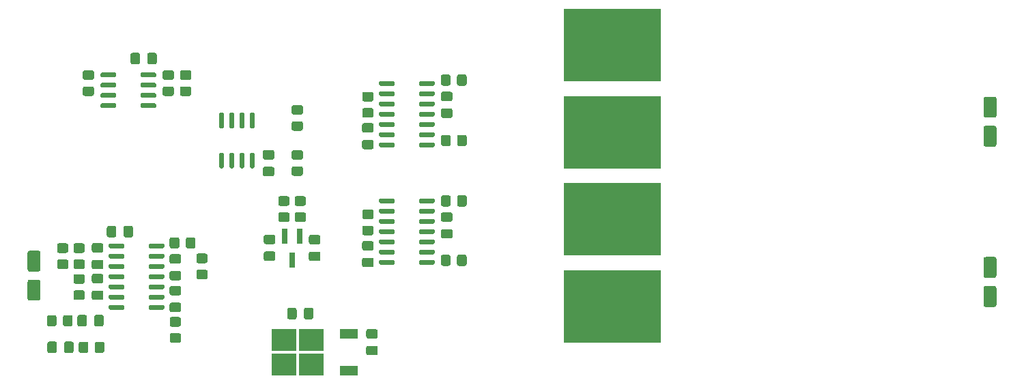
<source format=gbr>
%TF.GenerationSoftware,KiCad,Pcbnew,5.1.10*%
%TF.CreationDate,2021-08-13T16:06:35+12:00*%
%TF.ProjectId,D-Class_Amp,442d436c-6173-4735-9f41-6d702e6b6963,rev?*%
%TF.SameCoordinates,Original*%
%TF.FileFunction,Paste,Top*%
%TF.FilePolarity,Positive*%
%FSLAX46Y46*%
G04 Gerber Fmt 4.6, Leading zero omitted, Abs format (unit mm)*
G04 Created by KiCad (PCBNEW 5.1.10) date 2021-08-13 16:06:35*
%MOMM*%
%LPD*%
G01*
G04 APERTURE LIST*
%ADD10R,12.000000X9.000000*%
%ADD11R,0.800000X1.900000*%
%ADD12R,3.050000X2.750000*%
%ADD13R,2.200000X1.200000*%
G04 APERTURE END LIST*
D10*
%TO.C,Q504*%
X169799000Y-110617000D03*
%TD*%
%TO.C,Q503*%
X169799000Y-99822000D03*
%TD*%
%TO.C,Q502*%
X169799000Y-89027000D03*
%TD*%
%TO.C,Q501*%
X169799000Y-78232000D03*
%TD*%
D11*
%TO.C,U102*%
X130048000Y-104878000D03*
X129098000Y-101878000D03*
X130998000Y-101878000D03*
%TD*%
%TO.C,U302*%
G36*
G01*
X124945000Y-91543000D02*
X125245000Y-91543000D01*
G75*
G02*
X125395000Y-91693000I0J-150000D01*
G01*
X125395000Y-93343000D01*
G75*
G02*
X125245000Y-93493000I-150000J0D01*
G01*
X124945000Y-93493000D01*
G75*
G02*
X124795000Y-93343000I0J150000D01*
G01*
X124795000Y-91693000D01*
G75*
G02*
X124945000Y-91543000I150000J0D01*
G01*
G37*
G36*
G01*
X123675000Y-91543000D02*
X123975000Y-91543000D01*
G75*
G02*
X124125000Y-91693000I0J-150000D01*
G01*
X124125000Y-93343000D01*
G75*
G02*
X123975000Y-93493000I-150000J0D01*
G01*
X123675000Y-93493000D01*
G75*
G02*
X123525000Y-93343000I0J150000D01*
G01*
X123525000Y-91693000D01*
G75*
G02*
X123675000Y-91543000I150000J0D01*
G01*
G37*
G36*
G01*
X122405000Y-91543000D02*
X122705000Y-91543000D01*
G75*
G02*
X122855000Y-91693000I0J-150000D01*
G01*
X122855000Y-93343000D01*
G75*
G02*
X122705000Y-93493000I-150000J0D01*
G01*
X122405000Y-93493000D01*
G75*
G02*
X122255000Y-93343000I0J150000D01*
G01*
X122255000Y-91693000D01*
G75*
G02*
X122405000Y-91543000I150000J0D01*
G01*
G37*
G36*
G01*
X121135000Y-91543000D02*
X121435000Y-91543000D01*
G75*
G02*
X121585000Y-91693000I0J-150000D01*
G01*
X121585000Y-93343000D01*
G75*
G02*
X121435000Y-93493000I-150000J0D01*
G01*
X121135000Y-93493000D01*
G75*
G02*
X120985000Y-93343000I0J150000D01*
G01*
X120985000Y-91693000D01*
G75*
G02*
X121135000Y-91543000I150000J0D01*
G01*
G37*
G36*
G01*
X121135000Y-86593000D02*
X121435000Y-86593000D01*
G75*
G02*
X121585000Y-86743000I0J-150000D01*
G01*
X121585000Y-88393000D01*
G75*
G02*
X121435000Y-88543000I-150000J0D01*
G01*
X121135000Y-88543000D01*
G75*
G02*
X120985000Y-88393000I0J150000D01*
G01*
X120985000Y-86743000D01*
G75*
G02*
X121135000Y-86593000I150000J0D01*
G01*
G37*
G36*
G01*
X122405000Y-86593000D02*
X122705000Y-86593000D01*
G75*
G02*
X122855000Y-86743000I0J-150000D01*
G01*
X122855000Y-88393000D01*
G75*
G02*
X122705000Y-88543000I-150000J0D01*
G01*
X122405000Y-88543000D01*
G75*
G02*
X122255000Y-88393000I0J150000D01*
G01*
X122255000Y-86743000D01*
G75*
G02*
X122405000Y-86593000I150000J0D01*
G01*
G37*
G36*
G01*
X123675000Y-86593000D02*
X123975000Y-86593000D01*
G75*
G02*
X124125000Y-86743000I0J-150000D01*
G01*
X124125000Y-88393000D01*
G75*
G02*
X123975000Y-88543000I-150000J0D01*
G01*
X123675000Y-88543000D01*
G75*
G02*
X123525000Y-88393000I0J150000D01*
G01*
X123525000Y-86743000D01*
G75*
G02*
X123675000Y-86593000I150000J0D01*
G01*
G37*
G36*
G01*
X124945000Y-86593000D02*
X125245000Y-86593000D01*
G75*
G02*
X125395000Y-86743000I0J-150000D01*
G01*
X125395000Y-88393000D01*
G75*
G02*
X125245000Y-88543000I-150000J0D01*
G01*
X124945000Y-88543000D01*
G75*
G02*
X124795000Y-88393000I0J150000D01*
G01*
X124795000Y-86743000D01*
G75*
G02*
X124945000Y-86593000I150000J0D01*
G01*
G37*
%TD*%
%TO.C,C303*%
G36*
G01*
X126652000Y-93308500D02*
X127602000Y-93308500D01*
G75*
G02*
X127852000Y-93558500I0J-250000D01*
G01*
X127852000Y-94233500D01*
G75*
G02*
X127602000Y-94483500I-250000J0D01*
G01*
X126652000Y-94483500D01*
G75*
G02*
X126402000Y-94233500I0J250000D01*
G01*
X126402000Y-93558500D01*
G75*
G02*
X126652000Y-93308500I250000J0D01*
G01*
G37*
G36*
G01*
X126652000Y-91233500D02*
X127602000Y-91233500D01*
G75*
G02*
X127852000Y-91483500I0J-250000D01*
G01*
X127852000Y-92158500D01*
G75*
G02*
X127602000Y-92408500I-250000J0D01*
G01*
X126652000Y-92408500D01*
G75*
G02*
X126402000Y-92158500I0J250000D01*
G01*
X126402000Y-91483500D01*
G75*
G02*
X126652000Y-91233500I250000J0D01*
G01*
G37*
%TD*%
%TO.C,C301*%
G36*
G01*
X111183000Y-79408000D02*
X111183000Y-80358000D01*
G75*
G02*
X110933000Y-80608000I-250000J0D01*
G01*
X110258000Y-80608000D01*
G75*
G02*
X110008000Y-80358000I0J250000D01*
G01*
X110008000Y-79408000D01*
G75*
G02*
X110258000Y-79158000I250000J0D01*
G01*
X110933000Y-79158000D01*
G75*
G02*
X111183000Y-79408000I0J-250000D01*
G01*
G37*
G36*
G01*
X113258000Y-79408000D02*
X113258000Y-80358000D01*
G75*
G02*
X113008000Y-80608000I-250000J0D01*
G01*
X112333000Y-80608000D01*
G75*
G02*
X112083000Y-80358000I0J250000D01*
G01*
X112083000Y-79408000D01*
G75*
G02*
X112333000Y-79158000I250000J0D01*
G01*
X113008000Y-79158000D01*
G75*
G02*
X113258000Y-79408000I0J-250000D01*
G01*
G37*
%TD*%
%TO.C,R102*%
G36*
G01*
X131514001Y-98152000D02*
X130613999Y-98152000D01*
G75*
G02*
X130364000Y-97902001I0J249999D01*
G01*
X130364000Y-97201999D01*
G75*
G02*
X130613999Y-96952000I249999J0D01*
G01*
X131514001Y-96952000D01*
G75*
G02*
X131764000Y-97201999I0J-249999D01*
G01*
X131764000Y-97902001D01*
G75*
G02*
X131514001Y-98152000I-249999J0D01*
G01*
G37*
G36*
G01*
X131514001Y-100152000D02*
X130613999Y-100152000D01*
G75*
G02*
X130364000Y-99902001I0J249999D01*
G01*
X130364000Y-99201999D01*
G75*
G02*
X130613999Y-98952000I249999J0D01*
G01*
X131514001Y-98952000D01*
G75*
G02*
X131764000Y-99201999I0J-249999D01*
G01*
X131764000Y-99902001D01*
G75*
G02*
X131514001Y-100152000I-249999J0D01*
G01*
G37*
%TD*%
%TO.C,R101*%
G36*
G01*
X128581999Y-98952000D02*
X129482001Y-98952000D01*
G75*
G02*
X129732000Y-99201999I0J-249999D01*
G01*
X129732000Y-99902001D01*
G75*
G02*
X129482001Y-100152000I-249999J0D01*
G01*
X128581999Y-100152000D01*
G75*
G02*
X128332000Y-99902001I0J249999D01*
G01*
X128332000Y-99201999D01*
G75*
G02*
X128581999Y-98952000I249999J0D01*
G01*
G37*
G36*
G01*
X128581999Y-96952000D02*
X129482001Y-96952000D01*
G75*
G02*
X129732000Y-97201999I0J-249999D01*
G01*
X129732000Y-97902001D01*
G75*
G02*
X129482001Y-98152000I-249999J0D01*
G01*
X128581999Y-98152000D01*
G75*
G02*
X128332000Y-97902001I0J249999D01*
G01*
X128332000Y-97201999D01*
G75*
G02*
X128581999Y-96952000I249999J0D01*
G01*
G37*
%TD*%
%TO.C,C402*%
G36*
G01*
X217148500Y-107091000D02*
X216048500Y-107091000D01*
G75*
G02*
X215798500Y-106841000I0J250000D01*
G01*
X215798500Y-104741000D01*
G75*
G02*
X216048500Y-104491000I250000J0D01*
G01*
X217148500Y-104491000D01*
G75*
G02*
X217398500Y-104741000I0J-250000D01*
G01*
X217398500Y-106841000D01*
G75*
G02*
X217148500Y-107091000I-250000J0D01*
G01*
G37*
G36*
G01*
X217148500Y-110691000D02*
X216048500Y-110691000D01*
G75*
G02*
X215798500Y-110441000I0J250000D01*
G01*
X215798500Y-108341000D01*
G75*
G02*
X216048500Y-108091000I250000J0D01*
G01*
X217148500Y-108091000D01*
G75*
G02*
X217398500Y-108341000I0J-250000D01*
G01*
X217398500Y-110441000D01*
G75*
G02*
X217148500Y-110691000I-250000J0D01*
G01*
G37*
%TD*%
%TO.C,C401*%
G36*
G01*
X216048500Y-88215500D02*
X217148500Y-88215500D01*
G75*
G02*
X217398500Y-88465500I0J-250000D01*
G01*
X217398500Y-90565500D01*
G75*
G02*
X217148500Y-90815500I-250000J0D01*
G01*
X216048500Y-90815500D01*
G75*
G02*
X215798500Y-90565500I0J250000D01*
G01*
X215798500Y-88465500D01*
G75*
G02*
X216048500Y-88215500I250000J0D01*
G01*
G37*
G36*
G01*
X216048500Y-84615500D02*
X217148500Y-84615500D01*
G75*
G02*
X217398500Y-84865500I0J-250000D01*
G01*
X217398500Y-86965500D01*
G75*
G02*
X217148500Y-87215500I-250000J0D01*
G01*
X216048500Y-87215500D01*
G75*
G02*
X215798500Y-86965500I0J250000D01*
G01*
X215798500Y-84865500D01*
G75*
G02*
X216048500Y-84615500I250000J0D01*
G01*
G37*
%TD*%
%TO.C,C202*%
G36*
G01*
X98594000Y-106307000D02*
X97494000Y-106307000D01*
G75*
G02*
X97244000Y-106057000I0J250000D01*
G01*
X97244000Y-103957000D01*
G75*
G02*
X97494000Y-103707000I250000J0D01*
G01*
X98594000Y-103707000D01*
G75*
G02*
X98844000Y-103957000I0J-250000D01*
G01*
X98844000Y-106057000D01*
G75*
G02*
X98594000Y-106307000I-250000J0D01*
G01*
G37*
G36*
G01*
X98594000Y-109907000D02*
X97494000Y-109907000D01*
G75*
G02*
X97244000Y-109657000I0J250000D01*
G01*
X97244000Y-107557000D01*
G75*
G02*
X97494000Y-107307000I250000J0D01*
G01*
X98594000Y-107307000D01*
G75*
G02*
X98844000Y-107557000I0J-250000D01*
G01*
X98844000Y-109657000D01*
G75*
G02*
X98594000Y-109907000I-250000J0D01*
G01*
G37*
%TD*%
D12*
%TO.C,U101*%
X132417000Y-114807000D03*
X129067000Y-117857000D03*
X132417000Y-117857000D03*
X129067000Y-114807000D03*
D13*
X137042000Y-114052000D03*
X137042000Y-118612000D03*
%TD*%
%TO.C,C504*%
G36*
G01*
X139921000Y-103690000D02*
X138971000Y-103690000D01*
G75*
G02*
X138721000Y-103440000I0J250000D01*
G01*
X138721000Y-102765000D01*
G75*
G02*
X138971000Y-102515000I250000J0D01*
G01*
X139921000Y-102515000D01*
G75*
G02*
X140171000Y-102765000I0J-250000D01*
G01*
X140171000Y-103440000D01*
G75*
G02*
X139921000Y-103690000I-250000J0D01*
G01*
G37*
G36*
G01*
X139921000Y-105765000D02*
X138971000Y-105765000D01*
G75*
G02*
X138721000Y-105515000I0J250000D01*
G01*
X138721000Y-104840000D01*
G75*
G02*
X138971000Y-104590000I250000J0D01*
G01*
X139921000Y-104590000D01*
G75*
G02*
X140171000Y-104840000I0J-250000D01*
G01*
X140171000Y-105515000D01*
G75*
G02*
X139921000Y-105765000I-250000J0D01*
G01*
G37*
%TD*%
%TO.C,C501*%
G36*
G01*
X139921000Y-89063500D02*
X138971000Y-89063500D01*
G75*
G02*
X138721000Y-88813500I0J250000D01*
G01*
X138721000Y-88138500D01*
G75*
G02*
X138971000Y-87888500I250000J0D01*
G01*
X139921000Y-87888500D01*
G75*
G02*
X140171000Y-88138500I0J-250000D01*
G01*
X140171000Y-88813500D01*
G75*
G02*
X139921000Y-89063500I-250000J0D01*
G01*
G37*
G36*
G01*
X139921000Y-91138500D02*
X138971000Y-91138500D01*
G75*
G02*
X138721000Y-90888500I0J250000D01*
G01*
X138721000Y-90213500D01*
G75*
G02*
X138971000Y-89963500I250000J0D01*
G01*
X139921000Y-89963500D01*
G75*
G02*
X140171000Y-90213500I0J-250000D01*
G01*
X140171000Y-90888500D01*
G75*
G02*
X139921000Y-91138500I-250000J0D01*
G01*
G37*
%TD*%
%TO.C,C105*%
G36*
G01*
X126779000Y-103806500D02*
X127729000Y-103806500D01*
G75*
G02*
X127979000Y-104056500I0J-250000D01*
G01*
X127979000Y-104731500D01*
G75*
G02*
X127729000Y-104981500I-250000J0D01*
G01*
X126779000Y-104981500D01*
G75*
G02*
X126529000Y-104731500I0J250000D01*
G01*
X126529000Y-104056500D01*
G75*
G02*
X126779000Y-103806500I250000J0D01*
G01*
G37*
G36*
G01*
X126779000Y-101731500D02*
X127729000Y-101731500D01*
G75*
G02*
X127979000Y-101981500I0J-250000D01*
G01*
X127979000Y-102656500D01*
G75*
G02*
X127729000Y-102906500I-250000J0D01*
G01*
X126779000Y-102906500D01*
G75*
G02*
X126529000Y-102656500I0J250000D01*
G01*
X126529000Y-101981500D01*
G75*
G02*
X126779000Y-101731500I250000J0D01*
G01*
G37*
%TD*%
%TO.C,C103*%
G36*
G01*
X133317000Y-102928000D02*
X132367000Y-102928000D01*
G75*
G02*
X132117000Y-102678000I0J250000D01*
G01*
X132117000Y-102003000D01*
G75*
G02*
X132367000Y-101753000I250000J0D01*
G01*
X133317000Y-101753000D01*
G75*
G02*
X133567000Y-102003000I0J-250000D01*
G01*
X133567000Y-102678000D01*
G75*
G02*
X133317000Y-102928000I-250000J0D01*
G01*
G37*
G36*
G01*
X133317000Y-105003000D02*
X132367000Y-105003000D01*
G75*
G02*
X132117000Y-104753000I0J250000D01*
G01*
X132117000Y-104078000D01*
G75*
G02*
X132367000Y-103828000I250000J0D01*
G01*
X133317000Y-103828000D01*
G75*
G02*
X133567000Y-104078000I0J-250000D01*
G01*
X133567000Y-104753000D01*
G75*
G02*
X133317000Y-105003000I-250000J0D01*
G01*
G37*
%TD*%
%TO.C,C102*%
G36*
G01*
X130614000Y-111031000D02*
X130614000Y-111981000D01*
G75*
G02*
X130364000Y-112231000I-250000J0D01*
G01*
X129689000Y-112231000D01*
G75*
G02*
X129439000Y-111981000I0J250000D01*
G01*
X129439000Y-111031000D01*
G75*
G02*
X129689000Y-110781000I250000J0D01*
G01*
X130364000Y-110781000D01*
G75*
G02*
X130614000Y-111031000I0J-250000D01*
G01*
G37*
G36*
G01*
X132689000Y-111031000D02*
X132689000Y-111981000D01*
G75*
G02*
X132439000Y-112231000I-250000J0D01*
G01*
X131764000Y-112231000D01*
G75*
G02*
X131514000Y-111981000I0J250000D01*
G01*
X131514000Y-111031000D01*
G75*
G02*
X131764000Y-110781000I250000J0D01*
G01*
X132439000Y-110781000D01*
G75*
G02*
X132689000Y-111031000I0J-250000D01*
G01*
G37*
%TD*%
%TO.C,C101*%
G36*
G01*
X139479000Y-115512000D02*
X140429000Y-115512000D01*
G75*
G02*
X140679000Y-115762000I0J-250000D01*
G01*
X140679000Y-116437000D01*
G75*
G02*
X140429000Y-116687000I-250000J0D01*
G01*
X139479000Y-116687000D01*
G75*
G02*
X139229000Y-116437000I0J250000D01*
G01*
X139229000Y-115762000D01*
G75*
G02*
X139479000Y-115512000I250000J0D01*
G01*
G37*
G36*
G01*
X139479000Y-113437000D02*
X140429000Y-113437000D01*
G75*
G02*
X140679000Y-113687000I0J-250000D01*
G01*
X140679000Y-114362000D01*
G75*
G02*
X140429000Y-114612000I-250000J0D01*
G01*
X139479000Y-114612000D01*
G75*
G02*
X139229000Y-114362000I0J250000D01*
G01*
X139229000Y-113687000D01*
G75*
G02*
X139479000Y-113437000I250000J0D01*
G01*
G37*
%TD*%
%TO.C,R201*%
G36*
G01*
X104082001Y-107820000D02*
X103181999Y-107820000D01*
G75*
G02*
X102932000Y-107570001I0J249999D01*
G01*
X102932000Y-106869999D01*
G75*
G02*
X103181999Y-106620000I249999J0D01*
G01*
X104082001Y-106620000D01*
G75*
G02*
X104332000Y-106869999I0J-249999D01*
G01*
X104332000Y-107570001D01*
G75*
G02*
X104082001Y-107820000I-249999J0D01*
G01*
G37*
G36*
G01*
X104082001Y-109820000D02*
X103181999Y-109820000D01*
G75*
G02*
X102932000Y-109570001I0J249999D01*
G01*
X102932000Y-108869999D01*
G75*
G02*
X103181999Y-108620000I249999J0D01*
G01*
X104082001Y-108620000D01*
G75*
G02*
X104332000Y-108869999I0J-249999D01*
G01*
X104332000Y-109570001D01*
G75*
G02*
X104082001Y-109820000I-249999J0D01*
G01*
G37*
%TD*%
%TO.C,U301*%
G36*
G01*
X111228000Y-82065000D02*
X111228000Y-81765000D01*
G75*
G02*
X111378000Y-81615000I150000J0D01*
G01*
X113028000Y-81615000D01*
G75*
G02*
X113178000Y-81765000I0J-150000D01*
G01*
X113178000Y-82065000D01*
G75*
G02*
X113028000Y-82215000I-150000J0D01*
G01*
X111378000Y-82215000D01*
G75*
G02*
X111228000Y-82065000I0J150000D01*
G01*
G37*
G36*
G01*
X111228000Y-83335000D02*
X111228000Y-83035000D01*
G75*
G02*
X111378000Y-82885000I150000J0D01*
G01*
X113028000Y-82885000D01*
G75*
G02*
X113178000Y-83035000I0J-150000D01*
G01*
X113178000Y-83335000D01*
G75*
G02*
X113028000Y-83485000I-150000J0D01*
G01*
X111378000Y-83485000D01*
G75*
G02*
X111228000Y-83335000I0J150000D01*
G01*
G37*
G36*
G01*
X111228000Y-84605000D02*
X111228000Y-84305000D01*
G75*
G02*
X111378000Y-84155000I150000J0D01*
G01*
X113028000Y-84155000D01*
G75*
G02*
X113178000Y-84305000I0J-150000D01*
G01*
X113178000Y-84605000D01*
G75*
G02*
X113028000Y-84755000I-150000J0D01*
G01*
X111378000Y-84755000D01*
G75*
G02*
X111228000Y-84605000I0J150000D01*
G01*
G37*
G36*
G01*
X111228000Y-85875000D02*
X111228000Y-85575000D01*
G75*
G02*
X111378000Y-85425000I150000J0D01*
G01*
X113028000Y-85425000D01*
G75*
G02*
X113178000Y-85575000I0J-150000D01*
G01*
X113178000Y-85875000D01*
G75*
G02*
X113028000Y-86025000I-150000J0D01*
G01*
X111378000Y-86025000D01*
G75*
G02*
X111228000Y-85875000I0J150000D01*
G01*
G37*
G36*
G01*
X106278000Y-85875000D02*
X106278000Y-85575000D01*
G75*
G02*
X106428000Y-85425000I150000J0D01*
G01*
X108078000Y-85425000D01*
G75*
G02*
X108228000Y-85575000I0J-150000D01*
G01*
X108228000Y-85875000D01*
G75*
G02*
X108078000Y-86025000I-150000J0D01*
G01*
X106428000Y-86025000D01*
G75*
G02*
X106278000Y-85875000I0J150000D01*
G01*
G37*
G36*
G01*
X106278000Y-84605000D02*
X106278000Y-84305000D01*
G75*
G02*
X106428000Y-84155000I150000J0D01*
G01*
X108078000Y-84155000D01*
G75*
G02*
X108228000Y-84305000I0J-150000D01*
G01*
X108228000Y-84605000D01*
G75*
G02*
X108078000Y-84755000I-150000J0D01*
G01*
X106428000Y-84755000D01*
G75*
G02*
X106278000Y-84605000I0J150000D01*
G01*
G37*
G36*
G01*
X106278000Y-83335000D02*
X106278000Y-83035000D01*
G75*
G02*
X106428000Y-82885000I150000J0D01*
G01*
X108078000Y-82885000D01*
G75*
G02*
X108228000Y-83035000I0J-150000D01*
G01*
X108228000Y-83335000D01*
G75*
G02*
X108078000Y-83485000I-150000J0D01*
G01*
X106428000Y-83485000D01*
G75*
G02*
X106278000Y-83335000I0J150000D01*
G01*
G37*
G36*
G01*
X106278000Y-82065000D02*
X106278000Y-81765000D01*
G75*
G02*
X106428000Y-81615000I150000J0D01*
G01*
X108078000Y-81615000D01*
G75*
G02*
X108228000Y-81765000I0J-150000D01*
G01*
X108228000Y-82065000D01*
G75*
G02*
X108078000Y-82215000I-150000J0D01*
G01*
X106428000Y-82215000D01*
G75*
G02*
X106278000Y-82065000I0J150000D01*
G01*
G37*
%TD*%
%TO.C,U502*%
G36*
G01*
X145772000Y-97686000D02*
X145772000Y-97386000D01*
G75*
G02*
X145922000Y-97236000I150000J0D01*
G01*
X147572000Y-97236000D01*
G75*
G02*
X147722000Y-97386000I0J-150000D01*
G01*
X147722000Y-97686000D01*
G75*
G02*
X147572000Y-97836000I-150000J0D01*
G01*
X145922000Y-97836000D01*
G75*
G02*
X145772000Y-97686000I0J150000D01*
G01*
G37*
G36*
G01*
X145772000Y-98956000D02*
X145772000Y-98656000D01*
G75*
G02*
X145922000Y-98506000I150000J0D01*
G01*
X147572000Y-98506000D01*
G75*
G02*
X147722000Y-98656000I0J-150000D01*
G01*
X147722000Y-98956000D01*
G75*
G02*
X147572000Y-99106000I-150000J0D01*
G01*
X145922000Y-99106000D01*
G75*
G02*
X145772000Y-98956000I0J150000D01*
G01*
G37*
G36*
G01*
X145772000Y-100226000D02*
X145772000Y-99926000D01*
G75*
G02*
X145922000Y-99776000I150000J0D01*
G01*
X147572000Y-99776000D01*
G75*
G02*
X147722000Y-99926000I0J-150000D01*
G01*
X147722000Y-100226000D01*
G75*
G02*
X147572000Y-100376000I-150000J0D01*
G01*
X145922000Y-100376000D01*
G75*
G02*
X145772000Y-100226000I0J150000D01*
G01*
G37*
G36*
G01*
X145772000Y-101496000D02*
X145772000Y-101196000D01*
G75*
G02*
X145922000Y-101046000I150000J0D01*
G01*
X147572000Y-101046000D01*
G75*
G02*
X147722000Y-101196000I0J-150000D01*
G01*
X147722000Y-101496000D01*
G75*
G02*
X147572000Y-101646000I-150000J0D01*
G01*
X145922000Y-101646000D01*
G75*
G02*
X145772000Y-101496000I0J150000D01*
G01*
G37*
G36*
G01*
X145772000Y-102766000D02*
X145772000Y-102466000D01*
G75*
G02*
X145922000Y-102316000I150000J0D01*
G01*
X147572000Y-102316000D01*
G75*
G02*
X147722000Y-102466000I0J-150000D01*
G01*
X147722000Y-102766000D01*
G75*
G02*
X147572000Y-102916000I-150000J0D01*
G01*
X145922000Y-102916000D01*
G75*
G02*
X145772000Y-102766000I0J150000D01*
G01*
G37*
G36*
G01*
X145772000Y-104036000D02*
X145772000Y-103736000D01*
G75*
G02*
X145922000Y-103586000I150000J0D01*
G01*
X147572000Y-103586000D01*
G75*
G02*
X147722000Y-103736000I0J-150000D01*
G01*
X147722000Y-104036000D01*
G75*
G02*
X147572000Y-104186000I-150000J0D01*
G01*
X145922000Y-104186000D01*
G75*
G02*
X145772000Y-104036000I0J150000D01*
G01*
G37*
G36*
G01*
X145772000Y-105306000D02*
X145772000Y-105006000D01*
G75*
G02*
X145922000Y-104856000I150000J0D01*
G01*
X147572000Y-104856000D01*
G75*
G02*
X147722000Y-105006000I0J-150000D01*
G01*
X147722000Y-105306000D01*
G75*
G02*
X147572000Y-105456000I-150000J0D01*
G01*
X145922000Y-105456000D01*
G75*
G02*
X145772000Y-105306000I0J150000D01*
G01*
G37*
G36*
G01*
X140822000Y-105306000D02*
X140822000Y-105006000D01*
G75*
G02*
X140972000Y-104856000I150000J0D01*
G01*
X142622000Y-104856000D01*
G75*
G02*
X142772000Y-105006000I0J-150000D01*
G01*
X142772000Y-105306000D01*
G75*
G02*
X142622000Y-105456000I-150000J0D01*
G01*
X140972000Y-105456000D01*
G75*
G02*
X140822000Y-105306000I0J150000D01*
G01*
G37*
G36*
G01*
X140822000Y-104036000D02*
X140822000Y-103736000D01*
G75*
G02*
X140972000Y-103586000I150000J0D01*
G01*
X142622000Y-103586000D01*
G75*
G02*
X142772000Y-103736000I0J-150000D01*
G01*
X142772000Y-104036000D01*
G75*
G02*
X142622000Y-104186000I-150000J0D01*
G01*
X140972000Y-104186000D01*
G75*
G02*
X140822000Y-104036000I0J150000D01*
G01*
G37*
G36*
G01*
X140822000Y-102766000D02*
X140822000Y-102466000D01*
G75*
G02*
X140972000Y-102316000I150000J0D01*
G01*
X142622000Y-102316000D01*
G75*
G02*
X142772000Y-102466000I0J-150000D01*
G01*
X142772000Y-102766000D01*
G75*
G02*
X142622000Y-102916000I-150000J0D01*
G01*
X140972000Y-102916000D01*
G75*
G02*
X140822000Y-102766000I0J150000D01*
G01*
G37*
G36*
G01*
X140822000Y-101496000D02*
X140822000Y-101196000D01*
G75*
G02*
X140972000Y-101046000I150000J0D01*
G01*
X142622000Y-101046000D01*
G75*
G02*
X142772000Y-101196000I0J-150000D01*
G01*
X142772000Y-101496000D01*
G75*
G02*
X142622000Y-101646000I-150000J0D01*
G01*
X140972000Y-101646000D01*
G75*
G02*
X140822000Y-101496000I0J150000D01*
G01*
G37*
G36*
G01*
X140822000Y-100226000D02*
X140822000Y-99926000D01*
G75*
G02*
X140972000Y-99776000I150000J0D01*
G01*
X142622000Y-99776000D01*
G75*
G02*
X142772000Y-99926000I0J-150000D01*
G01*
X142772000Y-100226000D01*
G75*
G02*
X142622000Y-100376000I-150000J0D01*
G01*
X140972000Y-100376000D01*
G75*
G02*
X140822000Y-100226000I0J150000D01*
G01*
G37*
G36*
G01*
X140822000Y-98956000D02*
X140822000Y-98656000D01*
G75*
G02*
X140972000Y-98506000I150000J0D01*
G01*
X142622000Y-98506000D01*
G75*
G02*
X142772000Y-98656000I0J-150000D01*
G01*
X142772000Y-98956000D01*
G75*
G02*
X142622000Y-99106000I-150000J0D01*
G01*
X140972000Y-99106000D01*
G75*
G02*
X140822000Y-98956000I0J150000D01*
G01*
G37*
G36*
G01*
X140822000Y-97686000D02*
X140822000Y-97386000D01*
G75*
G02*
X140972000Y-97236000I150000J0D01*
G01*
X142622000Y-97236000D01*
G75*
G02*
X142772000Y-97386000I0J-150000D01*
G01*
X142772000Y-97686000D01*
G75*
G02*
X142622000Y-97836000I-150000J0D01*
G01*
X140972000Y-97836000D01*
G75*
G02*
X140822000Y-97686000I0J150000D01*
G01*
G37*
%TD*%
%TO.C,U501*%
G36*
G01*
X145786200Y-83131800D02*
X145786200Y-82831800D01*
G75*
G02*
X145936200Y-82681800I150000J0D01*
G01*
X147586200Y-82681800D01*
G75*
G02*
X147736200Y-82831800I0J-150000D01*
G01*
X147736200Y-83131800D01*
G75*
G02*
X147586200Y-83281800I-150000J0D01*
G01*
X145936200Y-83281800D01*
G75*
G02*
X145786200Y-83131800I0J150000D01*
G01*
G37*
G36*
G01*
X145786200Y-84401800D02*
X145786200Y-84101800D01*
G75*
G02*
X145936200Y-83951800I150000J0D01*
G01*
X147586200Y-83951800D01*
G75*
G02*
X147736200Y-84101800I0J-150000D01*
G01*
X147736200Y-84401800D01*
G75*
G02*
X147586200Y-84551800I-150000J0D01*
G01*
X145936200Y-84551800D01*
G75*
G02*
X145786200Y-84401800I0J150000D01*
G01*
G37*
G36*
G01*
X145786200Y-85671800D02*
X145786200Y-85371800D01*
G75*
G02*
X145936200Y-85221800I150000J0D01*
G01*
X147586200Y-85221800D01*
G75*
G02*
X147736200Y-85371800I0J-150000D01*
G01*
X147736200Y-85671800D01*
G75*
G02*
X147586200Y-85821800I-150000J0D01*
G01*
X145936200Y-85821800D01*
G75*
G02*
X145786200Y-85671800I0J150000D01*
G01*
G37*
G36*
G01*
X145786200Y-86941800D02*
X145786200Y-86641800D01*
G75*
G02*
X145936200Y-86491800I150000J0D01*
G01*
X147586200Y-86491800D01*
G75*
G02*
X147736200Y-86641800I0J-150000D01*
G01*
X147736200Y-86941800D01*
G75*
G02*
X147586200Y-87091800I-150000J0D01*
G01*
X145936200Y-87091800D01*
G75*
G02*
X145786200Y-86941800I0J150000D01*
G01*
G37*
G36*
G01*
X145786200Y-88211800D02*
X145786200Y-87911800D01*
G75*
G02*
X145936200Y-87761800I150000J0D01*
G01*
X147586200Y-87761800D01*
G75*
G02*
X147736200Y-87911800I0J-150000D01*
G01*
X147736200Y-88211800D01*
G75*
G02*
X147586200Y-88361800I-150000J0D01*
G01*
X145936200Y-88361800D01*
G75*
G02*
X145786200Y-88211800I0J150000D01*
G01*
G37*
G36*
G01*
X145786200Y-89481800D02*
X145786200Y-89181800D01*
G75*
G02*
X145936200Y-89031800I150000J0D01*
G01*
X147586200Y-89031800D01*
G75*
G02*
X147736200Y-89181800I0J-150000D01*
G01*
X147736200Y-89481800D01*
G75*
G02*
X147586200Y-89631800I-150000J0D01*
G01*
X145936200Y-89631800D01*
G75*
G02*
X145786200Y-89481800I0J150000D01*
G01*
G37*
G36*
G01*
X145786200Y-90751800D02*
X145786200Y-90451800D01*
G75*
G02*
X145936200Y-90301800I150000J0D01*
G01*
X147586200Y-90301800D01*
G75*
G02*
X147736200Y-90451800I0J-150000D01*
G01*
X147736200Y-90751800D01*
G75*
G02*
X147586200Y-90901800I-150000J0D01*
G01*
X145936200Y-90901800D01*
G75*
G02*
X145786200Y-90751800I0J150000D01*
G01*
G37*
G36*
G01*
X140836200Y-90751800D02*
X140836200Y-90451800D01*
G75*
G02*
X140986200Y-90301800I150000J0D01*
G01*
X142636200Y-90301800D01*
G75*
G02*
X142786200Y-90451800I0J-150000D01*
G01*
X142786200Y-90751800D01*
G75*
G02*
X142636200Y-90901800I-150000J0D01*
G01*
X140986200Y-90901800D01*
G75*
G02*
X140836200Y-90751800I0J150000D01*
G01*
G37*
G36*
G01*
X140836200Y-89481800D02*
X140836200Y-89181800D01*
G75*
G02*
X140986200Y-89031800I150000J0D01*
G01*
X142636200Y-89031800D01*
G75*
G02*
X142786200Y-89181800I0J-150000D01*
G01*
X142786200Y-89481800D01*
G75*
G02*
X142636200Y-89631800I-150000J0D01*
G01*
X140986200Y-89631800D01*
G75*
G02*
X140836200Y-89481800I0J150000D01*
G01*
G37*
G36*
G01*
X140836200Y-88211800D02*
X140836200Y-87911800D01*
G75*
G02*
X140986200Y-87761800I150000J0D01*
G01*
X142636200Y-87761800D01*
G75*
G02*
X142786200Y-87911800I0J-150000D01*
G01*
X142786200Y-88211800D01*
G75*
G02*
X142636200Y-88361800I-150000J0D01*
G01*
X140986200Y-88361800D01*
G75*
G02*
X140836200Y-88211800I0J150000D01*
G01*
G37*
G36*
G01*
X140836200Y-86941800D02*
X140836200Y-86641800D01*
G75*
G02*
X140986200Y-86491800I150000J0D01*
G01*
X142636200Y-86491800D01*
G75*
G02*
X142786200Y-86641800I0J-150000D01*
G01*
X142786200Y-86941800D01*
G75*
G02*
X142636200Y-87091800I-150000J0D01*
G01*
X140986200Y-87091800D01*
G75*
G02*
X140836200Y-86941800I0J150000D01*
G01*
G37*
G36*
G01*
X140836200Y-85671800D02*
X140836200Y-85371800D01*
G75*
G02*
X140986200Y-85221800I150000J0D01*
G01*
X142636200Y-85221800D01*
G75*
G02*
X142786200Y-85371800I0J-150000D01*
G01*
X142786200Y-85671800D01*
G75*
G02*
X142636200Y-85821800I-150000J0D01*
G01*
X140986200Y-85821800D01*
G75*
G02*
X140836200Y-85671800I0J150000D01*
G01*
G37*
G36*
G01*
X140836200Y-84401800D02*
X140836200Y-84101800D01*
G75*
G02*
X140986200Y-83951800I150000J0D01*
G01*
X142636200Y-83951800D01*
G75*
G02*
X142786200Y-84101800I0J-150000D01*
G01*
X142786200Y-84401800D01*
G75*
G02*
X142636200Y-84551800I-150000J0D01*
G01*
X140986200Y-84551800D01*
G75*
G02*
X140836200Y-84401800I0J150000D01*
G01*
G37*
G36*
G01*
X140836200Y-83131800D02*
X140836200Y-82831800D01*
G75*
G02*
X140986200Y-82681800I150000J0D01*
G01*
X142636200Y-82681800D01*
G75*
G02*
X142786200Y-82831800I0J-150000D01*
G01*
X142786200Y-83131800D01*
G75*
G02*
X142636200Y-83281800I-150000J0D01*
G01*
X140986200Y-83281800D01*
G75*
G02*
X140836200Y-83131800I0J150000D01*
G01*
G37*
%TD*%
%TO.C,U201*%
G36*
G01*
X112244000Y-103274000D02*
X112244000Y-102974000D01*
G75*
G02*
X112394000Y-102824000I150000J0D01*
G01*
X114044000Y-102824000D01*
G75*
G02*
X114194000Y-102974000I0J-150000D01*
G01*
X114194000Y-103274000D01*
G75*
G02*
X114044000Y-103424000I-150000J0D01*
G01*
X112394000Y-103424000D01*
G75*
G02*
X112244000Y-103274000I0J150000D01*
G01*
G37*
G36*
G01*
X112244000Y-104544000D02*
X112244000Y-104244000D01*
G75*
G02*
X112394000Y-104094000I150000J0D01*
G01*
X114044000Y-104094000D01*
G75*
G02*
X114194000Y-104244000I0J-150000D01*
G01*
X114194000Y-104544000D01*
G75*
G02*
X114044000Y-104694000I-150000J0D01*
G01*
X112394000Y-104694000D01*
G75*
G02*
X112244000Y-104544000I0J150000D01*
G01*
G37*
G36*
G01*
X112244000Y-105814000D02*
X112244000Y-105514000D01*
G75*
G02*
X112394000Y-105364000I150000J0D01*
G01*
X114044000Y-105364000D01*
G75*
G02*
X114194000Y-105514000I0J-150000D01*
G01*
X114194000Y-105814000D01*
G75*
G02*
X114044000Y-105964000I-150000J0D01*
G01*
X112394000Y-105964000D01*
G75*
G02*
X112244000Y-105814000I0J150000D01*
G01*
G37*
G36*
G01*
X112244000Y-107084000D02*
X112244000Y-106784000D01*
G75*
G02*
X112394000Y-106634000I150000J0D01*
G01*
X114044000Y-106634000D01*
G75*
G02*
X114194000Y-106784000I0J-150000D01*
G01*
X114194000Y-107084000D01*
G75*
G02*
X114044000Y-107234000I-150000J0D01*
G01*
X112394000Y-107234000D01*
G75*
G02*
X112244000Y-107084000I0J150000D01*
G01*
G37*
G36*
G01*
X112244000Y-108354000D02*
X112244000Y-108054000D01*
G75*
G02*
X112394000Y-107904000I150000J0D01*
G01*
X114044000Y-107904000D01*
G75*
G02*
X114194000Y-108054000I0J-150000D01*
G01*
X114194000Y-108354000D01*
G75*
G02*
X114044000Y-108504000I-150000J0D01*
G01*
X112394000Y-108504000D01*
G75*
G02*
X112244000Y-108354000I0J150000D01*
G01*
G37*
G36*
G01*
X112244000Y-109624000D02*
X112244000Y-109324000D01*
G75*
G02*
X112394000Y-109174000I150000J0D01*
G01*
X114044000Y-109174000D01*
G75*
G02*
X114194000Y-109324000I0J-150000D01*
G01*
X114194000Y-109624000D01*
G75*
G02*
X114044000Y-109774000I-150000J0D01*
G01*
X112394000Y-109774000D01*
G75*
G02*
X112244000Y-109624000I0J150000D01*
G01*
G37*
G36*
G01*
X112244000Y-110894000D02*
X112244000Y-110594000D01*
G75*
G02*
X112394000Y-110444000I150000J0D01*
G01*
X114044000Y-110444000D01*
G75*
G02*
X114194000Y-110594000I0J-150000D01*
G01*
X114194000Y-110894000D01*
G75*
G02*
X114044000Y-111044000I-150000J0D01*
G01*
X112394000Y-111044000D01*
G75*
G02*
X112244000Y-110894000I0J150000D01*
G01*
G37*
G36*
G01*
X107294000Y-110894000D02*
X107294000Y-110594000D01*
G75*
G02*
X107444000Y-110444000I150000J0D01*
G01*
X109094000Y-110444000D01*
G75*
G02*
X109244000Y-110594000I0J-150000D01*
G01*
X109244000Y-110894000D01*
G75*
G02*
X109094000Y-111044000I-150000J0D01*
G01*
X107444000Y-111044000D01*
G75*
G02*
X107294000Y-110894000I0J150000D01*
G01*
G37*
G36*
G01*
X107294000Y-109624000D02*
X107294000Y-109324000D01*
G75*
G02*
X107444000Y-109174000I150000J0D01*
G01*
X109094000Y-109174000D01*
G75*
G02*
X109244000Y-109324000I0J-150000D01*
G01*
X109244000Y-109624000D01*
G75*
G02*
X109094000Y-109774000I-150000J0D01*
G01*
X107444000Y-109774000D01*
G75*
G02*
X107294000Y-109624000I0J150000D01*
G01*
G37*
G36*
G01*
X107294000Y-108354000D02*
X107294000Y-108054000D01*
G75*
G02*
X107444000Y-107904000I150000J0D01*
G01*
X109094000Y-107904000D01*
G75*
G02*
X109244000Y-108054000I0J-150000D01*
G01*
X109244000Y-108354000D01*
G75*
G02*
X109094000Y-108504000I-150000J0D01*
G01*
X107444000Y-108504000D01*
G75*
G02*
X107294000Y-108354000I0J150000D01*
G01*
G37*
G36*
G01*
X107294000Y-107084000D02*
X107294000Y-106784000D01*
G75*
G02*
X107444000Y-106634000I150000J0D01*
G01*
X109094000Y-106634000D01*
G75*
G02*
X109244000Y-106784000I0J-150000D01*
G01*
X109244000Y-107084000D01*
G75*
G02*
X109094000Y-107234000I-150000J0D01*
G01*
X107444000Y-107234000D01*
G75*
G02*
X107294000Y-107084000I0J150000D01*
G01*
G37*
G36*
G01*
X107294000Y-105814000D02*
X107294000Y-105514000D01*
G75*
G02*
X107444000Y-105364000I150000J0D01*
G01*
X109094000Y-105364000D01*
G75*
G02*
X109244000Y-105514000I0J-150000D01*
G01*
X109244000Y-105814000D01*
G75*
G02*
X109094000Y-105964000I-150000J0D01*
G01*
X107444000Y-105964000D01*
G75*
G02*
X107294000Y-105814000I0J150000D01*
G01*
G37*
G36*
G01*
X107294000Y-104544000D02*
X107294000Y-104244000D01*
G75*
G02*
X107444000Y-104094000I150000J0D01*
G01*
X109094000Y-104094000D01*
G75*
G02*
X109244000Y-104244000I0J-150000D01*
G01*
X109244000Y-104544000D01*
G75*
G02*
X109094000Y-104694000I-150000J0D01*
G01*
X107444000Y-104694000D01*
G75*
G02*
X107294000Y-104544000I0J150000D01*
G01*
G37*
G36*
G01*
X107294000Y-103274000D02*
X107294000Y-102974000D01*
G75*
G02*
X107444000Y-102824000I150000J0D01*
G01*
X109094000Y-102824000D01*
G75*
G02*
X109244000Y-102974000I0J-150000D01*
G01*
X109244000Y-103274000D01*
G75*
G02*
X109094000Y-103424000I-150000J0D01*
G01*
X107444000Y-103424000D01*
G75*
G02*
X107294000Y-103274000I0J150000D01*
G01*
G37*
%TD*%
%TO.C,R304*%
G36*
G01*
X131133001Y-92437000D02*
X130232999Y-92437000D01*
G75*
G02*
X129983000Y-92187001I0J249999D01*
G01*
X129983000Y-91486999D01*
G75*
G02*
X130232999Y-91237000I249999J0D01*
G01*
X131133001Y-91237000D01*
G75*
G02*
X131383000Y-91486999I0J-249999D01*
G01*
X131383000Y-92187001D01*
G75*
G02*
X131133001Y-92437000I-249999J0D01*
G01*
G37*
G36*
G01*
X131133001Y-94437000D02*
X130232999Y-94437000D01*
G75*
G02*
X129983000Y-94187001I0J249999D01*
G01*
X129983000Y-93486999D01*
G75*
G02*
X130232999Y-93237000I249999J0D01*
G01*
X131133001Y-93237000D01*
G75*
G02*
X131383000Y-93486999I0J-249999D01*
G01*
X131383000Y-94187001D01*
G75*
G02*
X131133001Y-94437000I-249999J0D01*
G01*
G37*
%TD*%
%TO.C,R303*%
G36*
G01*
X130232999Y-87649000D02*
X131133001Y-87649000D01*
G75*
G02*
X131383000Y-87898999I0J-249999D01*
G01*
X131383000Y-88599001D01*
G75*
G02*
X131133001Y-88849000I-249999J0D01*
G01*
X130232999Y-88849000D01*
G75*
G02*
X129983000Y-88599001I0J249999D01*
G01*
X129983000Y-87898999D01*
G75*
G02*
X130232999Y-87649000I249999J0D01*
G01*
G37*
G36*
G01*
X130232999Y-85649000D02*
X131133001Y-85649000D01*
G75*
G02*
X131383000Y-85898999I0J-249999D01*
G01*
X131383000Y-86599001D01*
G75*
G02*
X131133001Y-86849000I-249999J0D01*
G01*
X130232999Y-86849000D01*
G75*
G02*
X129983000Y-86599001I0J249999D01*
G01*
X129983000Y-85898999D01*
G75*
G02*
X130232999Y-85649000I249999J0D01*
G01*
G37*
%TD*%
%TO.C,R302*%
G36*
G01*
X116389999Y-83331000D02*
X117290001Y-83331000D01*
G75*
G02*
X117540000Y-83580999I0J-249999D01*
G01*
X117540000Y-84281001D01*
G75*
G02*
X117290001Y-84531000I-249999J0D01*
G01*
X116389999Y-84531000D01*
G75*
G02*
X116140000Y-84281001I0J249999D01*
G01*
X116140000Y-83580999D01*
G75*
G02*
X116389999Y-83331000I249999J0D01*
G01*
G37*
G36*
G01*
X116389999Y-81331000D02*
X117290001Y-81331000D01*
G75*
G02*
X117540000Y-81580999I0J-249999D01*
G01*
X117540000Y-82281001D01*
G75*
G02*
X117290001Y-82531000I-249999J0D01*
G01*
X116389999Y-82531000D01*
G75*
G02*
X116140000Y-82281001I0J249999D01*
G01*
X116140000Y-81580999D01*
G75*
G02*
X116389999Y-81331000I249999J0D01*
G01*
G37*
%TD*%
%TO.C,R301*%
G36*
G01*
X104324999Y-83331000D02*
X105225001Y-83331000D01*
G75*
G02*
X105475000Y-83580999I0J-249999D01*
G01*
X105475000Y-84281001D01*
G75*
G02*
X105225001Y-84531000I-249999J0D01*
G01*
X104324999Y-84531000D01*
G75*
G02*
X104075000Y-84281001I0J249999D01*
G01*
X104075000Y-83580999D01*
G75*
G02*
X104324999Y-83331000I249999J0D01*
G01*
G37*
G36*
G01*
X104324999Y-81331000D02*
X105225001Y-81331000D01*
G75*
G02*
X105475000Y-81580999I0J-249999D01*
G01*
X105475000Y-82281001D01*
G75*
G02*
X105225001Y-82531000I-249999J0D01*
G01*
X104324999Y-82531000D01*
G75*
G02*
X104075000Y-82281001I0J249999D01*
G01*
X104075000Y-81580999D01*
G75*
G02*
X104324999Y-81331000I249999J0D01*
G01*
G37*
%TD*%
%TO.C,R506*%
G36*
G01*
X138995999Y-100603000D02*
X139896001Y-100603000D01*
G75*
G02*
X140146000Y-100852999I0J-249999D01*
G01*
X140146000Y-101553001D01*
G75*
G02*
X139896001Y-101803000I-249999J0D01*
G01*
X138995999Y-101803000D01*
G75*
G02*
X138746000Y-101553001I0J249999D01*
G01*
X138746000Y-100852999D01*
G75*
G02*
X138995999Y-100603000I249999J0D01*
G01*
G37*
G36*
G01*
X138995999Y-98603000D02*
X139896001Y-98603000D01*
G75*
G02*
X140146000Y-98852999I0J-249999D01*
G01*
X140146000Y-99553001D01*
G75*
G02*
X139896001Y-99803000I-249999J0D01*
G01*
X138995999Y-99803000D01*
G75*
G02*
X138746000Y-99553001I0J249999D01*
G01*
X138746000Y-98852999D01*
G75*
G02*
X138995999Y-98603000I249999J0D01*
G01*
G37*
%TD*%
%TO.C,R505*%
G36*
G01*
X149698000Y-104451999D02*
X149698000Y-105352001D01*
G75*
G02*
X149448001Y-105602000I-249999J0D01*
G01*
X148747999Y-105602000D01*
G75*
G02*
X148498000Y-105352001I0J249999D01*
G01*
X148498000Y-104451999D01*
G75*
G02*
X148747999Y-104202000I249999J0D01*
G01*
X149448001Y-104202000D01*
G75*
G02*
X149698000Y-104451999I0J-249999D01*
G01*
G37*
G36*
G01*
X151698000Y-104451999D02*
X151698000Y-105352001D01*
G75*
G02*
X151448001Y-105602000I-249999J0D01*
G01*
X150747999Y-105602000D01*
G75*
G02*
X150498000Y-105352001I0J249999D01*
G01*
X150498000Y-104451999D01*
G75*
G02*
X150747999Y-104202000I249999J0D01*
G01*
X151448001Y-104202000D01*
G75*
G02*
X151698000Y-104451999I0J-249999D01*
G01*
G37*
%TD*%
%TO.C,R504*%
G36*
G01*
X149714000Y-97085999D02*
X149714000Y-97986001D01*
G75*
G02*
X149464001Y-98236000I-249999J0D01*
G01*
X148763999Y-98236000D01*
G75*
G02*
X148514000Y-97986001I0J249999D01*
G01*
X148514000Y-97085999D01*
G75*
G02*
X148763999Y-96836000I249999J0D01*
G01*
X149464001Y-96836000D01*
G75*
G02*
X149714000Y-97085999I0J-249999D01*
G01*
G37*
G36*
G01*
X151714000Y-97085999D02*
X151714000Y-97986001D01*
G75*
G02*
X151464001Y-98236000I-249999J0D01*
G01*
X150763999Y-98236000D01*
G75*
G02*
X150514000Y-97986001I0J249999D01*
G01*
X150514000Y-97085999D01*
G75*
G02*
X150763999Y-96836000I249999J0D01*
G01*
X151464001Y-96836000D01*
G75*
G02*
X151714000Y-97085999I0J-249999D01*
G01*
G37*
%TD*%
%TO.C,R503*%
G36*
G01*
X149714000Y-89592999D02*
X149714000Y-90493001D01*
G75*
G02*
X149464001Y-90743000I-249999J0D01*
G01*
X148763999Y-90743000D01*
G75*
G02*
X148514000Y-90493001I0J249999D01*
G01*
X148514000Y-89592999D01*
G75*
G02*
X148763999Y-89343000I249999J0D01*
G01*
X149464001Y-89343000D01*
G75*
G02*
X149714000Y-89592999I0J-249999D01*
G01*
G37*
G36*
G01*
X151714000Y-89592999D02*
X151714000Y-90493001D01*
G75*
G02*
X151464001Y-90743000I-249999J0D01*
G01*
X150763999Y-90743000D01*
G75*
G02*
X150514000Y-90493001I0J249999D01*
G01*
X150514000Y-89592999D01*
G75*
G02*
X150763999Y-89343000I249999J0D01*
G01*
X151464001Y-89343000D01*
G75*
G02*
X151714000Y-89592999I0J-249999D01*
G01*
G37*
%TD*%
%TO.C,R502*%
G36*
G01*
X149698000Y-82099999D02*
X149698000Y-83000001D01*
G75*
G02*
X149448001Y-83250000I-249999J0D01*
G01*
X148747999Y-83250000D01*
G75*
G02*
X148498000Y-83000001I0J249999D01*
G01*
X148498000Y-82099999D01*
G75*
G02*
X148747999Y-81850000I249999J0D01*
G01*
X149448001Y-81850000D01*
G75*
G02*
X149698000Y-82099999I0J-249999D01*
G01*
G37*
G36*
G01*
X151698000Y-82099999D02*
X151698000Y-83000001D01*
G75*
G02*
X151448001Y-83250000I-249999J0D01*
G01*
X150747999Y-83250000D01*
G75*
G02*
X150498000Y-83000001I0J249999D01*
G01*
X150498000Y-82099999D01*
G75*
G02*
X150747999Y-81850000I249999J0D01*
G01*
X151448001Y-81850000D01*
G75*
G02*
X151698000Y-82099999I0J-249999D01*
G01*
G37*
%TD*%
%TO.C,R501*%
G36*
G01*
X138995999Y-86014000D02*
X139896001Y-86014000D01*
G75*
G02*
X140146000Y-86263999I0J-249999D01*
G01*
X140146000Y-86964001D01*
G75*
G02*
X139896001Y-87214000I-249999J0D01*
G01*
X138995999Y-87214000D01*
G75*
G02*
X138746000Y-86964001I0J249999D01*
G01*
X138746000Y-86263999D01*
G75*
G02*
X138995999Y-86014000I249999J0D01*
G01*
G37*
G36*
G01*
X138995999Y-84014000D02*
X139896001Y-84014000D01*
G75*
G02*
X140146000Y-84263999I0J-249999D01*
G01*
X140146000Y-84964001D01*
G75*
G02*
X139896001Y-85214000I-249999J0D01*
G01*
X138995999Y-85214000D01*
G75*
G02*
X138746000Y-84964001I0J249999D01*
G01*
X138746000Y-84263999D01*
G75*
G02*
X138995999Y-84014000I249999J0D01*
G01*
G37*
%TD*%
%TO.C,R208*%
G36*
G01*
X116059000Y-102292999D02*
X116059000Y-103193001D01*
G75*
G02*
X115809001Y-103443000I-249999J0D01*
G01*
X115108999Y-103443000D01*
G75*
G02*
X114859000Y-103193001I0J249999D01*
G01*
X114859000Y-102292999D01*
G75*
G02*
X115108999Y-102043000I249999J0D01*
G01*
X115809001Y-102043000D01*
G75*
G02*
X116059000Y-102292999I0J-249999D01*
G01*
G37*
G36*
G01*
X118059000Y-102292999D02*
X118059000Y-103193001D01*
G75*
G02*
X117809001Y-103443000I-249999J0D01*
G01*
X117108999Y-103443000D01*
G75*
G02*
X116859000Y-103193001I0J249999D01*
G01*
X116859000Y-102292999D01*
G75*
G02*
X117108999Y-102043000I249999J0D01*
G01*
X117809001Y-102043000D01*
G75*
G02*
X118059000Y-102292999I0J-249999D01*
G01*
G37*
%TD*%
%TO.C,R204*%
G36*
G01*
X115119999Y-113938000D02*
X116020001Y-113938000D01*
G75*
G02*
X116270000Y-114187999I0J-249999D01*
G01*
X116270000Y-114888001D01*
G75*
G02*
X116020001Y-115138000I-249999J0D01*
G01*
X115119999Y-115138000D01*
G75*
G02*
X114870000Y-114888001I0J249999D01*
G01*
X114870000Y-114187999D01*
G75*
G02*
X115119999Y-113938000I249999J0D01*
G01*
G37*
G36*
G01*
X115119999Y-111938000D02*
X116020001Y-111938000D01*
G75*
G02*
X116270000Y-112187999I0J-249999D01*
G01*
X116270000Y-112888001D01*
G75*
G02*
X116020001Y-113138000I-249999J0D01*
G01*
X115119999Y-113138000D01*
G75*
G02*
X114870000Y-112888001I0J249999D01*
G01*
X114870000Y-112187999D01*
G75*
G02*
X115119999Y-111938000I249999J0D01*
G01*
G37*
%TD*%
%TO.C,R207*%
G36*
G01*
X118421999Y-106064000D02*
X119322001Y-106064000D01*
G75*
G02*
X119572000Y-106313999I0J-249999D01*
G01*
X119572000Y-107014001D01*
G75*
G02*
X119322001Y-107264000I-249999J0D01*
G01*
X118421999Y-107264000D01*
G75*
G02*
X118172000Y-107014001I0J249999D01*
G01*
X118172000Y-106313999D01*
G75*
G02*
X118421999Y-106064000I249999J0D01*
G01*
G37*
G36*
G01*
X118421999Y-104064000D02*
X119322001Y-104064000D01*
G75*
G02*
X119572000Y-104313999I0J-249999D01*
G01*
X119572000Y-105014001D01*
G75*
G02*
X119322001Y-105264000I-249999J0D01*
G01*
X118421999Y-105264000D01*
G75*
G02*
X118172000Y-105014001I0J249999D01*
G01*
X118172000Y-104313999D01*
G75*
G02*
X118421999Y-104064000I249999J0D01*
G01*
G37*
%TD*%
%TO.C,R206*%
G36*
G01*
X100835000Y-111944999D02*
X100835000Y-112845001D01*
G75*
G02*
X100585001Y-113095000I-249999J0D01*
G01*
X99884999Y-113095000D01*
G75*
G02*
X99635000Y-112845001I0J249999D01*
G01*
X99635000Y-111944999D01*
G75*
G02*
X99884999Y-111695000I249999J0D01*
G01*
X100585001Y-111695000D01*
G75*
G02*
X100835000Y-111944999I0J-249999D01*
G01*
G37*
G36*
G01*
X102835000Y-111944999D02*
X102835000Y-112845001D01*
G75*
G02*
X102585001Y-113095000I-249999J0D01*
G01*
X101884999Y-113095000D01*
G75*
G02*
X101635000Y-112845001I0J249999D01*
G01*
X101635000Y-111944999D01*
G75*
G02*
X101884999Y-111695000I249999J0D01*
G01*
X102585001Y-111695000D01*
G75*
G02*
X102835000Y-111944999I0J-249999D01*
G01*
G37*
%TD*%
%TO.C,R205*%
G36*
G01*
X104772000Y-115246999D02*
X104772000Y-116147001D01*
G75*
G02*
X104522001Y-116397000I-249999J0D01*
G01*
X103821999Y-116397000D01*
G75*
G02*
X103572000Y-116147001I0J249999D01*
G01*
X103572000Y-115246999D01*
G75*
G02*
X103821999Y-114997000I249999J0D01*
G01*
X104522001Y-114997000D01*
G75*
G02*
X104772000Y-115246999I0J-249999D01*
G01*
G37*
G36*
G01*
X106772000Y-115246999D02*
X106772000Y-116147001D01*
G75*
G02*
X106522001Y-116397000I-249999J0D01*
G01*
X105821999Y-116397000D01*
G75*
G02*
X105572000Y-116147001I0J249999D01*
G01*
X105572000Y-115246999D01*
G75*
G02*
X105821999Y-114997000I249999J0D01*
G01*
X106522001Y-114997000D01*
G75*
G02*
X106772000Y-115246999I0J-249999D01*
G01*
G37*
%TD*%
%TO.C,R203*%
G36*
G01*
X104082001Y-103994000D02*
X103181999Y-103994000D01*
G75*
G02*
X102932000Y-103744001I0J249999D01*
G01*
X102932000Y-103043999D01*
G75*
G02*
X103181999Y-102794000I249999J0D01*
G01*
X104082001Y-102794000D01*
G75*
G02*
X104332000Y-103043999I0J-249999D01*
G01*
X104332000Y-103744001D01*
G75*
G02*
X104082001Y-103994000I-249999J0D01*
G01*
G37*
G36*
G01*
X104082001Y-105994000D02*
X103181999Y-105994000D01*
G75*
G02*
X102932000Y-105744001I0J249999D01*
G01*
X102932000Y-105043999D01*
G75*
G02*
X103181999Y-104794000I249999J0D01*
G01*
X104082001Y-104794000D01*
G75*
G02*
X104332000Y-105043999I0J-249999D01*
G01*
X104332000Y-105744001D01*
G75*
G02*
X104082001Y-105994000I-249999J0D01*
G01*
G37*
%TD*%
%TO.C,R202*%
G36*
G01*
X101149999Y-104794000D02*
X102050001Y-104794000D01*
G75*
G02*
X102300000Y-105043999I0J-249999D01*
G01*
X102300000Y-105744001D01*
G75*
G02*
X102050001Y-105994000I-249999J0D01*
G01*
X101149999Y-105994000D01*
G75*
G02*
X100900000Y-105744001I0J249999D01*
G01*
X100900000Y-105043999D01*
G75*
G02*
X101149999Y-104794000I249999J0D01*
G01*
G37*
G36*
G01*
X101149999Y-102794000D02*
X102050001Y-102794000D01*
G75*
G02*
X102300000Y-103043999I0J-249999D01*
G01*
X102300000Y-103744001D01*
G75*
G02*
X102050001Y-103994000I-249999J0D01*
G01*
X101149999Y-103994000D01*
G75*
G02*
X100900000Y-103744001I0J249999D01*
G01*
X100900000Y-103043999D01*
G75*
G02*
X101149999Y-102794000I249999J0D01*
G01*
G37*
%TD*%
%TO.C,C302*%
G36*
G01*
X114230999Y-83331000D02*
X115131001Y-83331000D01*
G75*
G02*
X115381000Y-83580999I0J-249999D01*
G01*
X115381000Y-84281001D01*
G75*
G02*
X115131001Y-84531000I-249999J0D01*
G01*
X114230999Y-84531000D01*
G75*
G02*
X113981000Y-84281001I0J249999D01*
G01*
X113981000Y-83580999D01*
G75*
G02*
X114230999Y-83331000I249999J0D01*
G01*
G37*
G36*
G01*
X114230999Y-81331000D02*
X115131001Y-81331000D01*
G75*
G02*
X115381000Y-81580999I0J-249999D01*
G01*
X115381000Y-82281001D01*
G75*
G02*
X115131001Y-82531000I-249999J0D01*
G01*
X114230999Y-82531000D01*
G75*
G02*
X113981000Y-82281001I0J249999D01*
G01*
X113981000Y-81580999D01*
G75*
G02*
X114230999Y-81331000I249999J0D01*
G01*
G37*
%TD*%
%TO.C,C503*%
G36*
G01*
X148750000Y-101034000D02*
X149700000Y-101034000D01*
G75*
G02*
X149950000Y-101284000I0J-250000D01*
G01*
X149950000Y-101959000D01*
G75*
G02*
X149700000Y-102209000I-250000J0D01*
G01*
X148750000Y-102209000D01*
G75*
G02*
X148500000Y-101959000I0J250000D01*
G01*
X148500000Y-101284000D01*
G75*
G02*
X148750000Y-101034000I250000J0D01*
G01*
G37*
G36*
G01*
X148750000Y-98959000D02*
X149700000Y-98959000D01*
G75*
G02*
X149950000Y-99209000I0J-250000D01*
G01*
X149950000Y-99884000D01*
G75*
G02*
X149700000Y-100134000I-250000J0D01*
G01*
X148750000Y-100134000D01*
G75*
G02*
X148500000Y-99884000I0J250000D01*
G01*
X148500000Y-99209000D01*
G75*
G02*
X148750000Y-98959000I250000J0D01*
G01*
G37*
%TD*%
%TO.C,C502*%
G36*
G01*
X148750000Y-86069500D02*
X149700000Y-86069500D01*
G75*
G02*
X149950000Y-86319500I0J-250000D01*
G01*
X149950000Y-86994500D01*
G75*
G02*
X149700000Y-87244500I-250000J0D01*
G01*
X148750000Y-87244500D01*
G75*
G02*
X148500000Y-86994500I0J250000D01*
G01*
X148500000Y-86319500D01*
G75*
G02*
X148750000Y-86069500I250000J0D01*
G01*
G37*
G36*
G01*
X148750000Y-83994500D02*
X149700000Y-83994500D01*
G75*
G02*
X149950000Y-84244500I0J-250000D01*
G01*
X149950000Y-84919500D01*
G75*
G02*
X149700000Y-85169500I-250000J0D01*
G01*
X148750000Y-85169500D01*
G75*
G02*
X148500000Y-84919500I0J250000D01*
G01*
X148500000Y-84244500D01*
G75*
G02*
X148750000Y-83994500I250000J0D01*
G01*
G37*
%TD*%
%TO.C,C207*%
G36*
G01*
X115095000Y-106219500D02*
X116045000Y-106219500D01*
G75*
G02*
X116295000Y-106469500I0J-250000D01*
G01*
X116295000Y-107144500D01*
G75*
G02*
X116045000Y-107394500I-250000J0D01*
G01*
X115095000Y-107394500D01*
G75*
G02*
X114845000Y-107144500I0J250000D01*
G01*
X114845000Y-106469500D01*
G75*
G02*
X115095000Y-106219500I250000J0D01*
G01*
G37*
G36*
G01*
X115095000Y-104144500D02*
X116045000Y-104144500D01*
G75*
G02*
X116295000Y-104394500I0J-250000D01*
G01*
X116295000Y-105069500D01*
G75*
G02*
X116045000Y-105319500I-250000J0D01*
G01*
X115095000Y-105319500D01*
G75*
G02*
X114845000Y-105069500I0J250000D01*
G01*
X114845000Y-104394500D01*
G75*
G02*
X115095000Y-104144500I250000J0D01*
G01*
G37*
%TD*%
%TO.C,C205*%
G36*
G01*
X115095000Y-110156500D02*
X116045000Y-110156500D01*
G75*
G02*
X116295000Y-110406500I0J-250000D01*
G01*
X116295000Y-111081500D01*
G75*
G02*
X116045000Y-111331500I-250000J0D01*
G01*
X115095000Y-111331500D01*
G75*
G02*
X114845000Y-111081500I0J250000D01*
G01*
X114845000Y-110406500D01*
G75*
G02*
X115095000Y-110156500I250000J0D01*
G01*
G37*
G36*
G01*
X115095000Y-108081500D02*
X116045000Y-108081500D01*
G75*
G02*
X116295000Y-108331500I0J-250000D01*
G01*
X116295000Y-109006500D01*
G75*
G02*
X116045000Y-109256500I-250000J0D01*
G01*
X115095000Y-109256500D01*
G75*
G02*
X114845000Y-109006500I0J250000D01*
G01*
X114845000Y-108331500D01*
G75*
G02*
X115095000Y-108081500I250000J0D01*
G01*
G37*
%TD*%
%TO.C,C201*%
G36*
G01*
X105443000Y-108654000D02*
X106393000Y-108654000D01*
G75*
G02*
X106643000Y-108904000I0J-250000D01*
G01*
X106643000Y-109579000D01*
G75*
G02*
X106393000Y-109829000I-250000J0D01*
G01*
X105443000Y-109829000D01*
G75*
G02*
X105193000Y-109579000I0J250000D01*
G01*
X105193000Y-108904000D01*
G75*
G02*
X105443000Y-108654000I250000J0D01*
G01*
G37*
G36*
G01*
X105443000Y-106579000D02*
X106393000Y-106579000D01*
G75*
G02*
X106643000Y-106829000I0J-250000D01*
G01*
X106643000Y-107504000D01*
G75*
G02*
X106393000Y-107754000I-250000J0D01*
G01*
X105443000Y-107754000D01*
G75*
G02*
X105193000Y-107504000I0J250000D01*
G01*
X105193000Y-106829000D01*
G75*
G02*
X105443000Y-106579000I250000J0D01*
G01*
G37*
%TD*%
%TO.C,C208*%
G36*
G01*
X104600500Y-111920000D02*
X104600500Y-112870000D01*
G75*
G02*
X104350500Y-113120000I-250000J0D01*
G01*
X103675500Y-113120000D01*
G75*
G02*
X103425500Y-112870000I0J250000D01*
G01*
X103425500Y-111920000D01*
G75*
G02*
X103675500Y-111670000I250000J0D01*
G01*
X104350500Y-111670000D01*
G75*
G02*
X104600500Y-111920000I0J-250000D01*
G01*
G37*
G36*
G01*
X106675500Y-111920000D02*
X106675500Y-112870000D01*
G75*
G02*
X106425500Y-113120000I-250000J0D01*
G01*
X105750500Y-113120000D01*
G75*
G02*
X105500500Y-112870000I0J250000D01*
G01*
X105500500Y-111920000D01*
G75*
G02*
X105750500Y-111670000I250000J0D01*
G01*
X106425500Y-111670000D01*
G75*
G02*
X106675500Y-111920000I0J-250000D01*
G01*
G37*
%TD*%
%TO.C,C204*%
G36*
G01*
X105443000Y-104844000D02*
X106393000Y-104844000D01*
G75*
G02*
X106643000Y-105094000I0J-250000D01*
G01*
X106643000Y-105769000D01*
G75*
G02*
X106393000Y-106019000I-250000J0D01*
G01*
X105443000Y-106019000D01*
G75*
G02*
X105193000Y-105769000I0J250000D01*
G01*
X105193000Y-105094000D01*
G75*
G02*
X105443000Y-104844000I250000J0D01*
G01*
G37*
G36*
G01*
X105443000Y-102769000D02*
X106393000Y-102769000D01*
G75*
G02*
X106643000Y-103019000I0J-250000D01*
G01*
X106643000Y-103694000D01*
G75*
G02*
X106393000Y-103944000I-250000J0D01*
G01*
X105443000Y-103944000D01*
G75*
G02*
X105193000Y-103694000I0J250000D01*
G01*
X105193000Y-103019000D01*
G75*
G02*
X105443000Y-102769000I250000J0D01*
G01*
G37*
%TD*%
%TO.C,C206*%
G36*
G01*
X100874500Y-115222000D02*
X100874500Y-116172000D01*
G75*
G02*
X100624500Y-116422000I-250000J0D01*
G01*
X99949500Y-116422000D01*
G75*
G02*
X99699500Y-116172000I0J250000D01*
G01*
X99699500Y-115222000D01*
G75*
G02*
X99949500Y-114972000I250000J0D01*
G01*
X100624500Y-114972000D01*
G75*
G02*
X100874500Y-115222000I0J-250000D01*
G01*
G37*
G36*
G01*
X102949500Y-115222000D02*
X102949500Y-116172000D01*
G75*
G02*
X102699500Y-116422000I-250000J0D01*
G01*
X102024500Y-116422000D01*
G75*
G02*
X101774500Y-116172000I0J250000D01*
G01*
X101774500Y-115222000D01*
G75*
G02*
X102024500Y-114972000I250000J0D01*
G01*
X102699500Y-114972000D01*
G75*
G02*
X102949500Y-115222000I0J-250000D01*
G01*
G37*
%TD*%
%TO.C,C203*%
G36*
G01*
X108240500Y-100871000D02*
X108240500Y-101821000D01*
G75*
G02*
X107990500Y-102071000I-250000J0D01*
G01*
X107315500Y-102071000D01*
G75*
G02*
X107065500Y-101821000I0J250000D01*
G01*
X107065500Y-100871000D01*
G75*
G02*
X107315500Y-100621000I250000J0D01*
G01*
X107990500Y-100621000D01*
G75*
G02*
X108240500Y-100871000I0J-250000D01*
G01*
G37*
G36*
G01*
X110315500Y-100871000D02*
X110315500Y-101821000D01*
G75*
G02*
X110065500Y-102071000I-250000J0D01*
G01*
X109390500Y-102071000D01*
G75*
G02*
X109140500Y-101821000I0J250000D01*
G01*
X109140500Y-100871000D01*
G75*
G02*
X109390500Y-100621000I250000J0D01*
G01*
X110065500Y-100621000D01*
G75*
G02*
X110315500Y-100871000I0J-250000D01*
G01*
G37*
%TD*%
M02*

</source>
